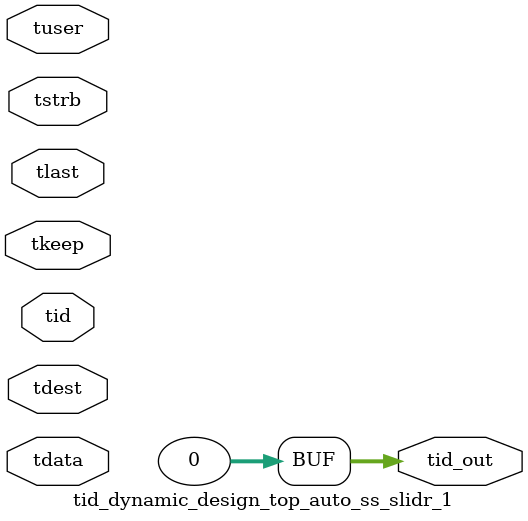
<source format=v>


`timescale 1ps/1ps

module tid_dynamic_design_top_auto_ss_slidr_1 #
(
parameter C_S_AXIS_TID_WIDTH   = 1,
parameter C_S_AXIS_TUSER_WIDTH = 0,
parameter C_S_AXIS_TDATA_WIDTH = 0,
parameter C_S_AXIS_TDEST_WIDTH = 0,
parameter C_M_AXIS_TID_WIDTH   = 32
)
(
input  [(C_S_AXIS_TID_WIDTH   == 0 ? 1 : C_S_AXIS_TID_WIDTH)-1:0       ] tid,
input  [(C_S_AXIS_TDATA_WIDTH == 0 ? 1 : C_S_AXIS_TDATA_WIDTH)-1:0     ] tdata,
input  [(C_S_AXIS_TUSER_WIDTH == 0 ? 1 : C_S_AXIS_TUSER_WIDTH)-1:0     ] tuser,
input  [(C_S_AXIS_TDEST_WIDTH == 0 ? 1 : C_S_AXIS_TDEST_WIDTH)-1:0     ] tdest,
input  [(C_S_AXIS_TDATA_WIDTH/8)-1:0 ] tkeep,
input  [(C_S_AXIS_TDATA_WIDTH/8)-1:0 ] tstrb,
input                                                                    tlast,
output [(C_M_AXIS_TID_WIDTH   == 0 ? 1 : C_M_AXIS_TID_WIDTH)-1:0       ] tid_out
);

assign tid_out = {1'b0};

endmodule


</source>
